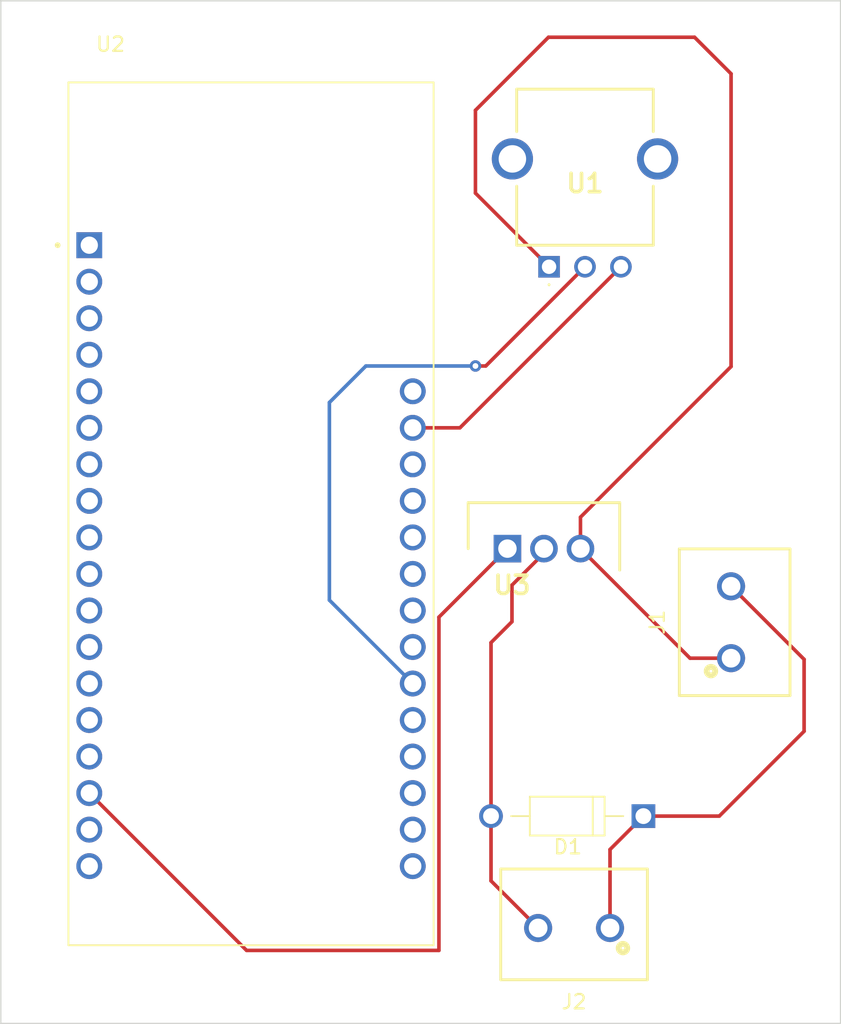
<source format=kicad_pcb>
(kicad_pcb (version 20211014) (generator pcbnew)
  (layers (0 "F.Cu" signal) (31 "B.Cu" signal) (34 "B.Paste" user) (35 "F.Paste" user) (36 "B.SilkS" user "B.Silkscreen") (37 "F.SilkS" user "F.Silkscreen") (38 "B.Mask" user) (39 "F.Mask" user) (44 "Edge.Cuts" user))
  (net 0 "")
  (net 1 "Net-(D1-PadA)")
  (net 2 "Net-(D1-PadC)")
  (net 3 "Net-(U1-Pad2)")
  (net 4 "Net-(U1-Pad3)")
  (net 21 "Net-(U2-Pad16)")
  (net 33 "Net-(J1-Pad1)")
  (footprint "Imported:MODULE_DFR0654" (layer "F.Cu") (at 96.15 73.78)
    (fp_text reference "U2" (at -9.775 -32.65) (layer "F.SilkS"))
    (fp_text value "DFR0654")
    (fp_line (start 12.7 -30) (end 12.7 30) (layer "F.SilkS") (width 0.127))
    (fp_line (start 12.7 -30) (end -12.7 -30) (layer "F.SilkS") (width 0.127))
    (fp_line (start 12.7 30) (end -12.7 30) (layer "F.SilkS") (width 0.127))
    (fp_line (start -12.7 -30) (end -12.7 30) (layer "F.SilkS") (width 0.127))
    (fp_circle (center -13.45 -18.68) (end -13.35 -18.68) (layer "F.SilkS") (width 0.2) (fill none))
    (pad "" np_thru_hole circle (at 11.1 28.4) (size 2 2) (drill 2) (layers *.Cu *.Mask))
    (pad "" np_thru_hole circle (at 11.1 -28.4) (size 2 2) (drill 2) (layers *.Cu *.Mask))
    (pad "" np_thru_hole circle (at -11.1 -28.4) (size 2 2) (drill 2) (layers *.Cu *.Mask))
    (pad "" np_thru_hole circle (at -11.1 28.4) (size 2 2) (drill 2) (layers *.Cu *.Mask))
    (pad "1" thru_hole rect (at -11.25 -18.68) (size 1.8 1.8) (drill 1.2) (layers *.Cu *.Mask))
    (pad "2" thru_hole circle (at -11.25 -16.14) (size 1.8 1.8) (drill 1.2) (layers *.Cu *.Mask) (net 4 "Net-(U1-Pad3)"))
    (pad "3" thru_hole circle (at -11.25 -13.6) (size 1.8 1.8) (drill 1.2) (layers *.Cu *.Mask))
    (pad "4" thru_hole circle (at -11.25 -11.06) (size 1.8 1.8) (drill 1.2) (layers *.Cu *.Mask))
    (pad "5" thru_hole circle (at -11.25 -8.52) (size 1.8 1.8) (drill 1.2) (layers *.Cu *.Mask))
    (pad "6" thru_hole circle (at -11.25 -5.98) (size 1.8 1.8) (drill 1.2) (layers *.Cu *.Mask))
    (pad "7" thru_hole circle (at -11.25 -3.44) (size 1.8 1.8) (drill 1.2) (layers *.Cu *.Mask))
    (pad "8" thru_hole circle (at -11.25 -0.9) (size 1.8 1.8) (drill 1.2) (layers *.Cu *.Mask))
    (pad "9" thru_hole circle (at -11.25 1.64) (size 1.8 1.8) (drill 1.2) (layers *.Cu *.Mask))
    (pad "10" thru_hole circle (at -11.25 4.18) (size 1.8 1.8) (drill 1.2) (layers *.Cu *.Mask))
    (pad "11" thru_hole circle (at -11.25 6.72) (size 1.8 1.8) (drill 1.2) (layers *.Cu *.Mask))
    (pad "12" thru_hole circle (at -11.25 9.26) (size 1.8 1.8) (drill 1.2) (layers *.Cu *.Mask))
    (pad "13" thru_hole circle (at -11.25 11.8) (size 1.8 1.8) (drill 1.2) (layers *.Cu *.Mask))
    (pad "14" thru_hole circle (at -11.25 14.34) (size 1.8 1.8) (drill 1.2) (layers *.Cu *.Mask))
    (pad "15" thru_hole circle (at -11.25 16.88) (size 1.8 1.8) (drill 1.2) (layers *.Cu *.Mask))
    (pad "16" thru_hole circle (at -11.25 19.42) (size 1.8 1.8) (drill 1.2) (layers *.Cu *.Mask) (net 21 "Net-(U2-Pad16)"))
    (pad "17" thru_hole circle (at -11.25 21.96) (size 1.8 1.8) (drill 1.2) (layers *.Cu *.Mask))
    (pad "18" thru_hole circle (at -11.25 24.5) (size 1.8 1.8) (drill 1.2) (layers *.Cu *.Mask))
    (pad "19" thru_hole circle (at 11.25 24.5) (size 1.8 1.8) (drill 1.2) (layers *.Cu *.Mask))
    (pad "20" thru_hole circle (at 11.25 21.96) (size 1.8 1.8) (drill 1.2) (layers *.Cu *.Mask))
    (pad "21" thru_hole circle (at 11.25 19.42) (size 1.8 1.8) (drill 1.2) (layers *.Cu *.Mask))
    (pad "22" thru_hole circle (at 11.25 16.88) (size 1.8 1.8) (drill 1.2) (layers *.Cu *.Mask))
    (pad "23" thru_hole circle (at 11.25 14.34) (size 1.8 1.8) (drill 1.2) (layers *.Cu *.Mask))
    (pad "24" thru_hole circle (at 11.25 11.8) (size 1.8 1.8) (drill 1.2) (layers *.Cu *.Mask) (net 3 "Net-(U1-Pad2)"))
    (pad "25" thru_hole circle (at 11.25 9.26) (size 1.8 1.8) (drill 1.2) (layers *.Cu *.Mask))
    (pad "26" thru_hole circle (at 11.25 6.72) (size 1.8 1.8) (drill 1.2) (layers *.Cu *.Mask))
    (pad "27" thru_hole circle (at 11.25 4.18) (size 1.8 1.8) (drill 1.2) (layers *.Cu *.Mask))
    (pad "28" thru_hole circle (at 11.25 1.64) (size 1.8 1.8) (drill 1.2) (layers *.Cu *.Mask))
    (pad "29" thru_hole circle (at 11.25 -0.9) (size 1.8 1.8) (drill 1.2) (layers *.Cu *.Mask))
    (pad "30" thru_hole circle (at 11.25 -3.44) (size 1.8 1.8) (drill 1.2) (layers *.Cu *.Mask))
    (pad "31" thru_hole circle (at 11.25 -5.98) (size 1.8 1.8) (drill 1.2) (layers *.Cu *.Mask) (net 4 "Net-(U1-Pad3)"))
    (pad "32" thru_hole circle (at 11.25 -8.52) (size 1.8 1.8) (drill 1.2) (layers *.Cu *.Mask))
  )
  (footprint "Imported:DIOAD1060W80L520D270" (layer "F.Cu") (at 118.1425 94.8 180)
    (fp_text reference "D1" (at -0.0432 -2.13714) (layer "F.SilkS"))
    (fp_text value "1N4007")
    (fp_line (start -1.775 1.35) (end 2.6 1.35) (layer "F.SilkS") (width 0.127))
    (fp_line (start 2.6 0) (end 3.9 0) (layer "F.SilkS") (width 0.127))
    (fp_line (start 2.6 -1.35) (end -1.775 -1.35) (layer "F.SilkS") (width 0.127))
    (fp_line (start -1.775 1.35) (end -1.775 -1.35) (layer "F.SilkS") (width 0.127))
    (fp_line (start -2.6 1.35) (end -1.775 1.35) (layer "F.SilkS") (width 0.127))
    (fp_line (start -2.6 0) (end -3.9 0) (layer "F.SilkS") (width 0.127))
    (fp_line (start -2.6 -1.35) (end -2.6 0) (layer "F.SilkS") (width 0.127))
    (fp_line (start -2.6 0) (end -2.6 1.35) (layer "F.SilkS") (width 0.127))
    (fp_line (start 2.6 1.35) (end 2.6 0) (layer "F.SilkS") (width 0.127))
    (fp_line (start 2.6 0) (end 2.6 -1.35) (layer "F.SilkS") (width 0.127))
    (fp_line (start -1.775 -1.35) (end -2.6 -1.35) (layer "F.SilkS") (width 0.127))
    (pad "A" thru_hole circle (at 5.3 0 180) (size 1.65 1.65) (drill 1.1) (layers *.Cu *.Mask) (net 1 "Net-(D1-PadA)"))
    (pad "C" thru_hole rect (at -5.3 0 180) (size 1.65 1.65) (drill 1.1) (layers *.Cu *.Mask) (net 2 "Net-(D1-PadC)"))
  )
  (footprint "Imported:TO254P469X1042X1967-3P" (layer "F.Cu") (at 113.985 76.2)
    (fp_text reference "U3" (at 0.315 2.54) (layer "F.SilkS") (effects (font (size 1.27 1.27) (thickness 0.254))))
    (fp_text value "IRLZ44NPBF" hide)
    (fp_line (start 7.81 -3.195) (end -2.73 -3.195) (layer "F.SilkS") (width 0.2))
    (fp_line (start -2.73 -3.195) (end -2.73 0) (layer "F.SilkS") (width 0.2))
    (fp_line (start 7.81 1.495) (end 7.81 -3.195) (layer "F.SilkS") (width 0.2))
    (pad "1" thru_hole rect (at 0 0) (size 1.92 1.92) (drill 1.28) (layers *.Cu *.Mask) (net 21 "Net-(U2-Pad16)"))
    (pad "2" thru_hole circle (at 2.54 0) (size 1.92 1.92) (drill 1.28) (layers *.Cu *.Mask) (net 1 "Net-(D1-PadA)"))
    (pad "3" thru_hole circle (at 5.08 0) (size 1.92 1.92) (drill 1.28) (layers *.Cu *.Mask) (net 33 "Net-(J1-Pad1)"))
  )
  (footprint "Imported:691137710002" (layer "F.Cu") (at 118.62 102.58 180)
    (fp_text reference "J2" (at 0 -5.135) (layer "F.SilkS"))
    (fp_text value "691137710002")
    (fp_line (start -5.1 -3.6) (end 5.1 -3.6) (layer "F.SilkS") (width 0.2))
    (fp_line (start -5.1 4.1) (end -5.1 -3.6) (layer "F.SilkS") (width 0.2))
    (fp_line (start 5.1 4.1) (end -5.1 4.1) (layer "F.SilkS") (width 0.2))
    (fp_line (start 5.1 -3.6) (end 5.1 4.1) (layer "F.SilkS") (width 0.2))
    (fp_circle (center -3.4 -1.4) (end -3.3 -1.4) (layer "F.SilkS") (width 0.4) (fill none))
    (pad "1" thru_hole circle (at -2.5 0 180) (size 1.95 1.95) (drill 1.3) (layers *.Cu *.Mask) (net 2 "Net-(D1-PadC)"))
    (pad "2" thru_hole circle (at 2.5 0 180) (size 1.95 1.95) (drill 1.3) (layers *.Cu *.Mask) (net 1 "Net-(D1-PadA)"))
  )
  (footprint "Imported:691137710002" (layer "F.Cu") (at 129.54 81.32 90)
    (fp_text reference "J1" (at 0 -5.135 90) (layer "F.SilkS"))
    (fp_text value "691137710002")
    (fp_line (start -5.1 4.1) (end -5.1 -3.6) (layer "F.SilkS") (width 0.2))
    (fp_line (start -5.1 -3.6) (end 5.1 -3.6) (layer "F.SilkS") (width 0.2))
    (fp_line (start 5.1 -3.6) (end 5.1 4.1) (layer "F.SilkS") (width 0.2))
    (fp_line (start 5.1 4.1) (end -5.1 4.1) (layer "F.SilkS") (width 0.2))
    (fp_circle (center -3.4 -1.4) (end -3.3 -1.4) (layer "F.SilkS") (width 0.4) (fill none))
    (pad "1" thru_hole circle (at -2.5 0 90) (size 1.95 1.95) (drill 1.3) (layers *.Cu *.Mask) (net 33 "Net-(J1-Pad1)"))
    (pad "2" thru_hole circle (at 2.5 0 90) (size 1.95 1.95) (drill 1.3) (layers *.Cu *.Mask) (net 2 "Net-(D1-PadC)"))
  )
  (footprint "Imported:PTN091V10115K1B" (layer "F.Cu") (at 116.88 56.6)
    (fp_text reference "U1" (at 2.5 -5.8) (layer "F.SilkS") (effects (font (size 1.27 1.27) (thickness 0.254))))
    (fp_text value "PTN091-V10115K1B" hide)
    (fp_line (start 7.25 -12.35) (end -2.25 -12.35) (layer "F.SilkS") (width 0.2))
    (fp_line (start -2.25 -12.35) (end -2.25 -9.4) (layer "F.SilkS") (width 0.2))
    (fp_line (start -2.25 -1.5) (end 7.25 -1.5) (layer "F.SilkS") (width 0.2))
    (fp_line (start 7.25 -1.5) (end 7.25 -5.6) (layer "F.SilkS") (width 0.2))
    (fp_line (start 7.25 -9.4) (end 7.25 -12.35) (layer "F.SilkS") (width 0.2))
    (fp_line (start 0 1.2) (end 0 1.2) (layer "F.SilkS") (width 0.1))
    (fp_line (start 0 1.3) (end 0 1.3) (layer "F.SilkS") (width 0.1))
    (fp_line (start -2.25 -5.6) (end -2.25 -1.5) (layer "F.SilkS") (width 0.2))
    (fp_arc (start 0 1.3) (mid -0.05 1.25) (end 0 1.2) (layer "F.SilkS") (width 0.1))
    (fp_arc (start 0 1.2) (mid 0.05 1.25) (end 0 1.3) (layer "F.SilkS") (width 0.1))
    (pad "1" thru_hole rect (at 0 0) (size 1.5 1.5) (drill 1) (layers *.Cu *.Mask) (net 33 "Net-(J1-Pad1)"))
    (pad "2" thru_hole circle (at 2.5 0) (size 1.5 1.5) (drill 1) (layers *.Cu *.Mask) (net 3 "Net-(U1-Pad2)"))
    (pad "3" thru_hole circle (at 5 0) (size 1.5 1.5) (drill 1) (layers *.Cu *.Mask) (net 4 "Net-(U1-Pad3)"))
    (pad "4" thru_hole circle (at -2.55 -7.5) (size 2.865 2.865) (drill 1.91) (layers *.Cu *.Mask))
    (pad "5" thru_hole circle (at 7.55 -7.5) (size 2.865 2.865) (drill 1.91) (layers *.Cu *.Mask))
  )
  (gr_rect (start 78.74 38.1) (end 137.16 109.22) (layer "Edge.Cuts") (width 0.1) (fill none))
  (segment (start 116.525 76.515) (end 116.525 76.2) (width 0.25) (layer "F.Cu") (net 1))
  (segment (start 114.3 78.74) (end 116.525 76.515) (width 0.25) (layer "F.Cu") (net 1))
  (segment (start 112.8425 99.3025) (end 112.8425 94.8) (width 0.25) (layer "F.Cu") (net 1))
  (segment (start 116.12 102.58) (end 112.8425 99.3025) (width 0.25) (layer "F.Cu") (net 1))
  (segment (start 112.8425 94.8) (end 112.8425 82.7375) (width 0.25) (layer "F.Cu") (net 1))
  (segment (start 114.3 81.28) (end 114.3 78.74) (width 0.25) (layer "F.Cu") (net 1))
  (segment (start 112.8425 82.7375) (end 114.3 81.28) (width 0.25) (layer "F.Cu") (net 1))
  (segment (start 123.4425 94.8) (end 128.72 94.8) (width 0.25) (layer "F.Cu") (net 2))
  (segment (start 134.62 88.9) (end 134.62 83.9) (width 0.25) (layer "F.Cu") (net 2))
  (segment (start 121.12 97.1225) (end 123.4425 94.8) (width 0.25) (layer "F.Cu") (net 2))
  (segment (start 134.62 83.9) (end 129.54 78.82) (width 0.25) (layer "F.Cu") (net 2))
  (segment (start 121.12 102.58) (end 121.12 97.1225) (width 0.25) (layer "F.Cu") (net 2))
  (segment (start 128.72 94.8) (end 134.62 88.9) (width 0.25) (layer "F.Cu") (net 2))
  (segment (start 112.48 63.5) (end 111.76 63.5) (width 0.25) (layer "F.Cu") (net 3))
  (segment (start 119.38 56.6) (end 112.48 63.5) (width 0.25) (layer "F.Cu") (net 3))
  (via (at 111.76 63.5) (size 0.8) (drill 0.4) (layers "F.Cu" "B.Cu") (net 3))
  (segment (start 101.6 66.04) (end 101.6 79.78) (width 0.25) (layer "B.Cu") (net 3))
  (segment (start 111.76 63.5) (end 104.14 63.5) (width 0.25) (layer "B.Cu") (net 3))
  (segment (start 101.6 79.78) (end 107.4 85.58) (width 0.25) (layer "B.Cu") (net 3))
  (segment (start 104.14 63.5) (end 101.6 66.04) (width 0.25) (layer "B.Cu") (net 3))
  (segment (start 121.88 56.6) (end 110.68 67.8) (width 0.25) (layer "F.Cu") (net 4))
  (segment (start 110.68 67.8) (end 107.4 67.8) (width 0.25) (layer "F.Cu") (net 4))
  (segment (start 109.22 80.965) (end 109.22 104.14) (width 0.25) (layer "F.Cu") (net 21))
  (segment (start 109.22 104.14) (end 95.84 104.14) (width 0.25) (layer "F.Cu") (net 21))
  (segment (start 95.84 104.14) (end 84.9 93.2) (width 0.25) (layer "F.Cu") (net 21))
  (segment (start 113.985 76.2) (end 109.22 80.965) (width 0.25) (layer "F.Cu") (net 21))
  (segment (start 119.065 74.015) (end 129.54 63.54) (width 0.25) (layer "F.Cu") (net 33))
  (segment (start 127 40.64) (end 116.84 40.64) (width 0.25) (layer "F.Cu") (net 33))
  (segment (start 116.84 40.64) (end 111.76 45.72) (width 0.25) (layer "F.Cu") (net 33))
  (segment (start 129.54 43.18) (end 127 40.64) (width 0.25) (layer "F.Cu") (net 33))
  (segment (start 126.685 83.82) (end 119.065 76.2) (width 0.25) (layer "F.Cu") (net 33))
  (segment (start 111.76 51.48) (end 116.88 56.6) (width 0.25) (layer "F.Cu") (net 33))
  (segment (start 119.065 76.2) (end 119.065 74.015) (width 0.25) (layer "F.Cu") (net 33))
  (segment (start 129.54 63.54) (end 129.54 43.18) (width 0.25) (layer "F.Cu") (net 33))
  (segment (start 111.76 45.72) (end 111.76 51.48) (width 0.25) (layer "F.Cu") (net 33))
  (segment (start 129.54 83.82) (end 126.685 83.82) (width 0.25) (layer "F.Cu") (net 33))
)
</source>
